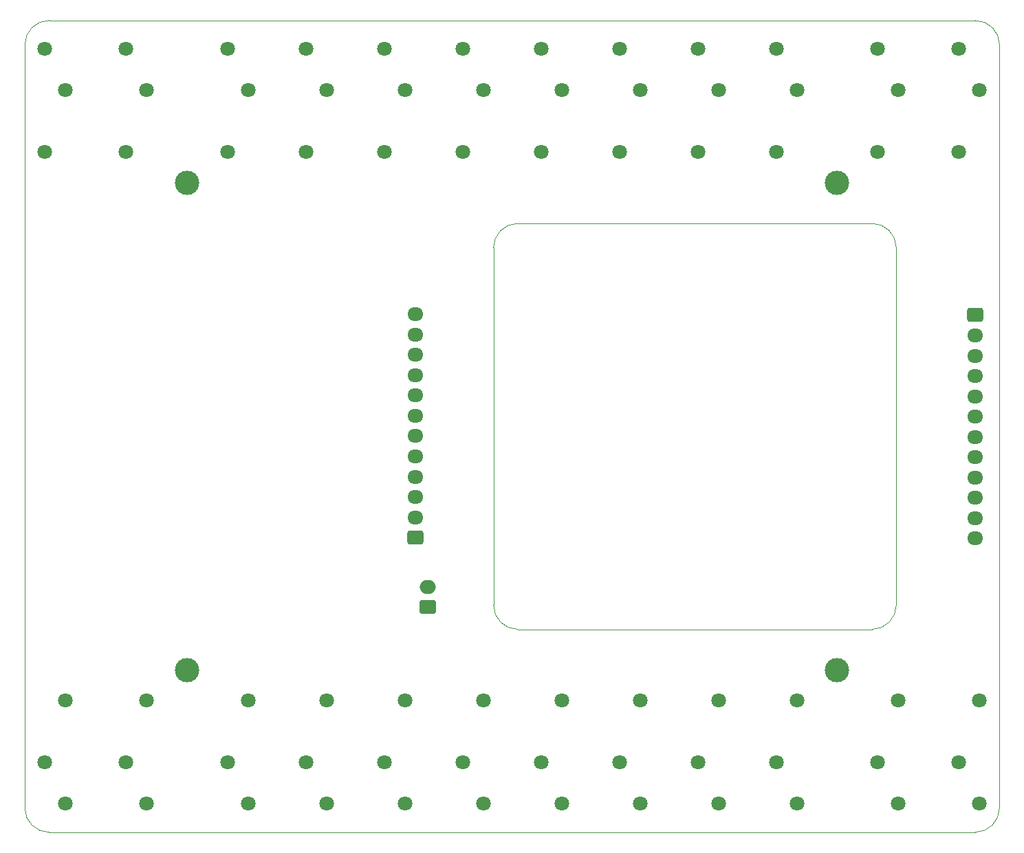
<source format=gbr>
%TF.GenerationSoftware,KiCad,Pcbnew,(6.0.4)*%
%TF.CreationDate,2023-06-02T21:46:19+02:00*%
%TF.ProjectId,LED-Zappelin-V2-ResistorBoard,4c45442d-5a61-4707-9065-6c696e2d5632,rev?*%
%TF.SameCoordinates,Original*%
%TF.FileFunction,Soldermask,Top*%
%TF.FilePolarity,Negative*%
%FSLAX46Y46*%
G04 Gerber Fmt 4.6, Leading zero omitted, Abs format (unit mm)*
G04 Created by KiCad (PCBNEW (6.0.4)) date 2023-06-02 21:46:19*
%MOMM*%
%LPD*%
G01*
G04 APERTURE LIST*
G04 Aperture macros list*
%AMRoundRect*
0 Rectangle with rounded corners*
0 $1 Rounding radius*
0 $2 $3 $4 $5 $6 $7 $8 $9 X,Y pos of 4 corners*
0 Add a 4 corners polygon primitive as box body*
4,1,4,$2,$3,$4,$5,$6,$7,$8,$9,$2,$3,0*
0 Add four circle primitives for the rounded corners*
1,1,$1+$1,$2,$3*
1,1,$1+$1,$4,$5*
1,1,$1+$1,$6,$7*
1,1,$1+$1,$8,$9*
0 Add four rect primitives between the rounded corners*
20,1,$1+$1,$2,$3,$4,$5,0*
20,1,$1+$1,$4,$5,$6,$7,0*
20,1,$1+$1,$6,$7,$8,$9,0*
20,1,$1+$1,$8,$9,$2,$3,0*%
G04 Aperture macros list end*
%TA.AperFunction,Profile*%
%ADD10C,0.100000*%
%TD*%
%ADD11C,1.800000*%
%ADD12RoundRect,0.250000X-0.725000X0.600000X-0.725000X-0.600000X0.725000X-0.600000X0.725000X0.600000X0*%
%ADD13O,1.950000X1.700000*%
%ADD14O,2.000000X1.700000*%
%ADD15RoundRect,0.250000X0.750000X-0.600000X0.750000X0.600000X-0.750000X0.600000X-0.750000X-0.600000X0*%
%ADD16RoundRect,0.250000X0.725000X-0.600000X0.725000X0.600000X-0.725000X0.600000X-0.725000X-0.600000X0*%
%ADD17C,3.000000*%
G04 APERTURE END LIST*
D10*
X52850000Y-150250000D02*
X166850000Y-150250000D01*
X169850000Y-147250000D02*
X169850000Y-53250000D01*
X154150000Y-125250000D02*
G75*
G03*
X157150000Y-122250000I0J3000000D01*
G01*
X52850000Y-50250000D02*
G75*
G03*
X49850000Y-53250000I0J-3000000D01*
G01*
X169850000Y-53250000D02*
G75*
G03*
X166850000Y-50250000I-3000000J0D01*
G01*
X157150000Y-78250000D02*
G75*
G03*
X154150000Y-75250000I-3000000J0D01*
G01*
X154150000Y-75250000D02*
X110550000Y-75250000D01*
X110550000Y-75250000D02*
G75*
G03*
X107550000Y-78250000I0J-3000000D01*
G01*
X107550000Y-122250000D02*
X107550000Y-78250000D01*
X157150000Y-78250000D02*
X157150000Y-122250000D01*
X49850000Y-147250000D02*
G75*
G03*
X52850000Y-150250000I3000000J0D01*
G01*
X154150000Y-125250000D02*
X110550000Y-125250000D01*
X166850000Y-50250000D02*
X52850000Y-50250000D01*
X107550000Y-122250000D02*
G75*
G03*
X110550000Y-125250000I3000000J0D01*
G01*
X49850000Y-53250000D02*
X49850000Y-147250000D01*
X166850000Y-150250000D02*
G75*
G03*
X169850000Y-147250000I0J3000000D01*
G01*
D11*
%TO.C,RV12*%
X167390000Y-134000000D03*
X164850000Y-141620000D03*
X167390000Y-146700000D03*
%TD*%
D12*
%TO.C,J3*%
X166850000Y-86550000D03*
D13*
X166850000Y-89050000D03*
X166850000Y-91550000D03*
X166850000Y-94050000D03*
X166850000Y-96550000D03*
X166850000Y-99050000D03*
X166850000Y-101550000D03*
X166850000Y-104050000D03*
X166850000Y-106550000D03*
X166850000Y-109050000D03*
X166850000Y-111550000D03*
X166850000Y-114050000D03*
%TD*%
D11*
%TO.C,RV9*%
X135250000Y-134000000D03*
X132710000Y-141620000D03*
X135250000Y-146700000D03*
%TD*%
%TO.C,RV3*%
X77350000Y-134000000D03*
X74810000Y-141620000D03*
X77350000Y-146700000D03*
%TD*%
%TO.C,RV18*%
X113410000Y-66450000D03*
X115950000Y-58830000D03*
X113410000Y-53750000D03*
%TD*%
%TO.C,RV2*%
X64850000Y-134000000D03*
X62310000Y-141620000D03*
X64850000Y-146700000D03*
%TD*%
%TO.C,RV11*%
X157390000Y-134000000D03*
X154850000Y-141620000D03*
X157390000Y-146700000D03*
%TD*%
D14*
%TO.C,J1*%
X99500000Y-120000000D03*
D15*
X99500000Y-122500000D03*
%TD*%
D11*
%TO.C,RV13*%
X164850000Y-66450000D03*
X167390000Y-58830000D03*
X164850000Y-53750000D03*
%TD*%
%TO.C,RV15*%
X142360000Y-66450000D03*
X144900000Y-58830000D03*
X142360000Y-53750000D03*
%TD*%
%TO.C,RV16*%
X132710000Y-66450000D03*
X135250000Y-58830000D03*
X132710000Y-53750000D03*
%TD*%
%TO.C,RV8*%
X125600000Y-134000000D03*
X123060000Y-141620000D03*
X125600000Y-146700000D03*
%TD*%
D16*
%TO.C,J2*%
X97900000Y-113950000D03*
D13*
X97900000Y-111450000D03*
X97900000Y-108950000D03*
X97900000Y-106450000D03*
X97900000Y-103950000D03*
X97900000Y-101450000D03*
X97900000Y-98950000D03*
X97900000Y-96450000D03*
X97900000Y-93950000D03*
X97900000Y-91450000D03*
X97900000Y-88950000D03*
X97900000Y-86450000D03*
%TD*%
D11*
%TO.C,RV20*%
X94110000Y-66450000D03*
X96650000Y-58830000D03*
X94110000Y-53750000D03*
%TD*%
%TO.C,RV10*%
X144900000Y-134000000D03*
X142360000Y-141620000D03*
X144900000Y-146700000D03*
%TD*%
D17*
%TO.C,H4*%
X149850000Y-130250000D03*
%TD*%
%TO.C,H2*%
X149850000Y-70250000D03*
%TD*%
%TO.C,H1*%
X69850000Y-70250000D03*
%TD*%
D11*
%TO.C,RV1*%
X54850000Y-134000000D03*
X52310000Y-141620000D03*
X54850000Y-146700000D03*
%TD*%
%TO.C,RV22*%
X74810000Y-66450000D03*
X77350000Y-58830000D03*
X74810000Y-53750000D03*
%TD*%
%TO.C,RV5*%
X96650000Y-134000000D03*
X94110000Y-141620000D03*
X96650000Y-146700000D03*
%TD*%
%TO.C,RV4*%
X87000000Y-134000000D03*
X84460000Y-141620000D03*
X87000000Y-146700000D03*
%TD*%
%TO.C,RV21*%
X84460000Y-66450000D03*
X87000000Y-58830000D03*
X84460000Y-53750000D03*
%TD*%
%TO.C,RV14*%
X154850000Y-66450000D03*
X157390000Y-58830000D03*
X154850000Y-53750000D03*
%TD*%
%TO.C,RV19*%
X103760000Y-66450000D03*
X106300000Y-58830000D03*
X103760000Y-53750000D03*
%TD*%
%TO.C,RV24*%
X52310000Y-66450000D03*
X54850000Y-58830000D03*
X52310000Y-53750000D03*
%TD*%
%TO.C,RV7*%
X115950000Y-134000000D03*
X113410000Y-141620000D03*
X115950000Y-146700000D03*
%TD*%
%TO.C,RV6*%
X106300000Y-134000000D03*
X103760000Y-141620000D03*
X106300000Y-146700000D03*
%TD*%
%TO.C,RV23*%
X62310000Y-66450000D03*
X64850000Y-58830000D03*
X62310000Y-53750000D03*
%TD*%
D17*
%TO.C,H3*%
X69850000Y-130250000D03*
%TD*%
D11*
%TO.C,RV17*%
X123060000Y-66450000D03*
X125600000Y-58830000D03*
X123060000Y-53750000D03*
%TD*%
M02*

</source>
